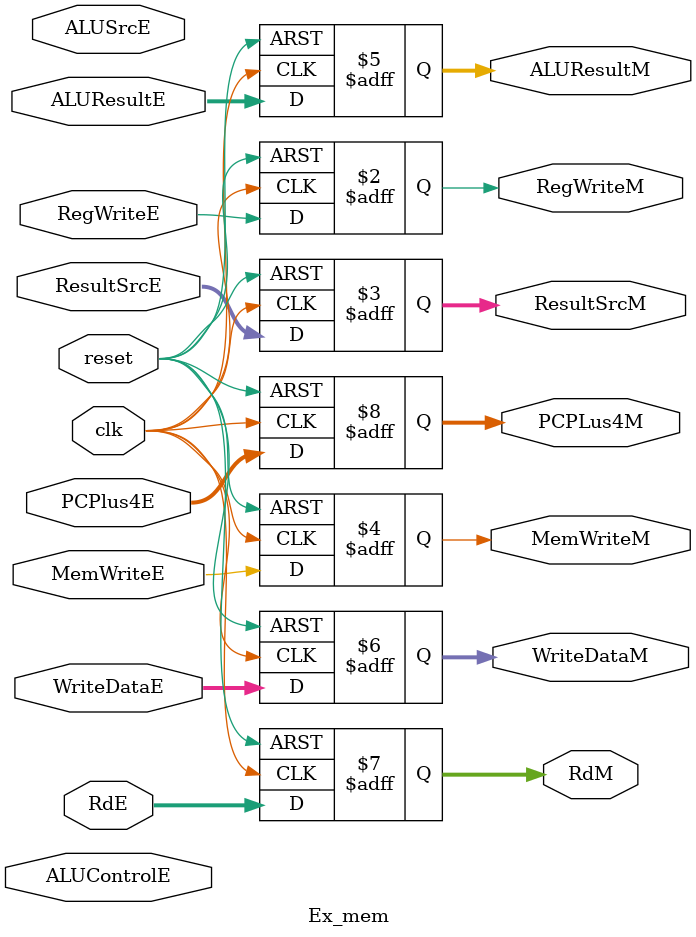
<source format=sv>
`timescale 1ns / 1ps


module Ex_mem(
//input
    input logic         clk,
                        reset,
    input logic         RegWriteE,
    input logic [1:0]   ResultSrcE,
    input logic         MemWriteE,
    input logic [2:0]   ALUControlE,
    input logic         ALUSrcE,
    input logic [31:0]  ALUResultE,
    input logic [31:0]  WriteDataE,
    input logic [4:0]   RdE,
    input logic [31:0]  PCPlus4E,
//output
    output logic        RegWriteM,
    output logic [1:0]  ResultSrcM,
    output logic        MemWriteM,
    output logic [31:0] ALUResultM,
    output logic [31:0] WriteDataM,
    output logic [4:0]  RdM,
    output logic [31:0] PCPLus4M       
    );
    
    always_ff @(posedge clk, posedge reset)
    if (reset) begin
    
    RegWriteM <= 0;
    ResultSrcM <=0;
    MemWriteM <=0;
    ALUResultM <=0;
    WriteDataM <=0;
    RdM <=0;
    PCPLus4M <=0;
    
    end
	else begin
	
	RegWriteM <= RegWriteE;
    ResultSrcM <= ResultSrcE;
    MemWriteM <= MemWriteE;
    ALUResultM <= ALUResultE;
    WriteDataM <= WriteDataE;
    RdM <= RdE;
    PCPLus4M <= PCPlus4E;
    
    end
endmodule

</source>
